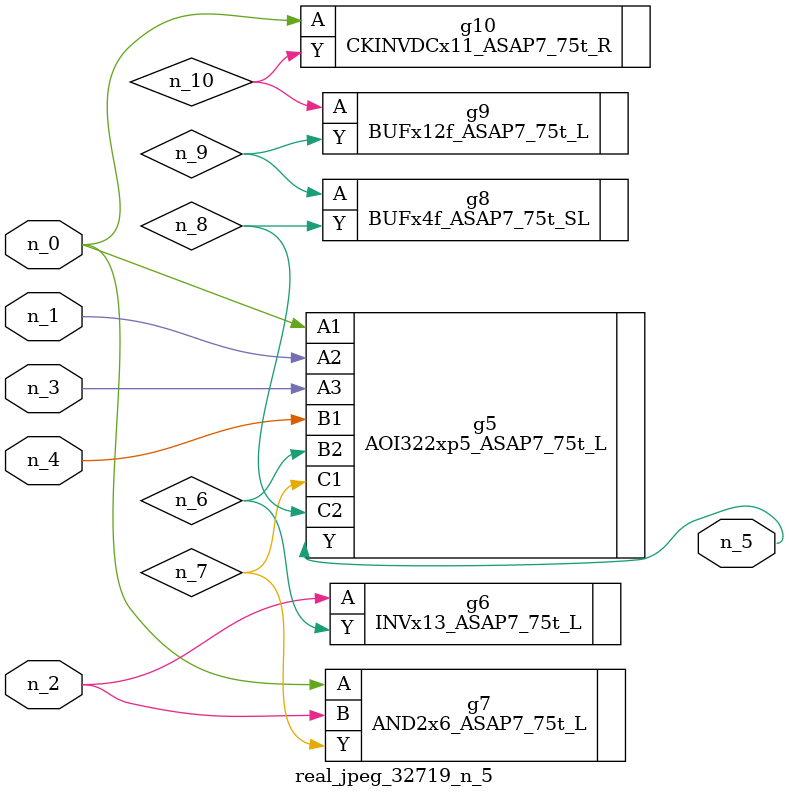
<source format=v>
module real_jpeg_32719_n_5 (n_4, n_0, n_1, n_2, n_3, n_5);

input n_4;
input n_0;
input n_1;
input n_2;
input n_3;

output n_5;

wire n_8;
wire n_6;
wire n_7;
wire n_10;
wire n_9;

AOI322xp5_ASAP7_75t_L g5 ( 
.A1(n_0),
.A2(n_1),
.A3(n_3),
.B1(n_4),
.B2(n_6),
.C1(n_7),
.C2(n_8),
.Y(n_5)
);

AND2x6_ASAP7_75t_L g7 ( 
.A(n_0),
.B(n_2),
.Y(n_7)
);

CKINVDCx11_ASAP7_75t_R g10 ( 
.A(n_0),
.Y(n_10)
);

INVx13_ASAP7_75t_L g6 ( 
.A(n_2),
.Y(n_6)
);

BUFx4f_ASAP7_75t_SL g8 ( 
.A(n_9),
.Y(n_8)
);

BUFx12f_ASAP7_75t_L g9 ( 
.A(n_10),
.Y(n_9)
);


endmodule
</source>
